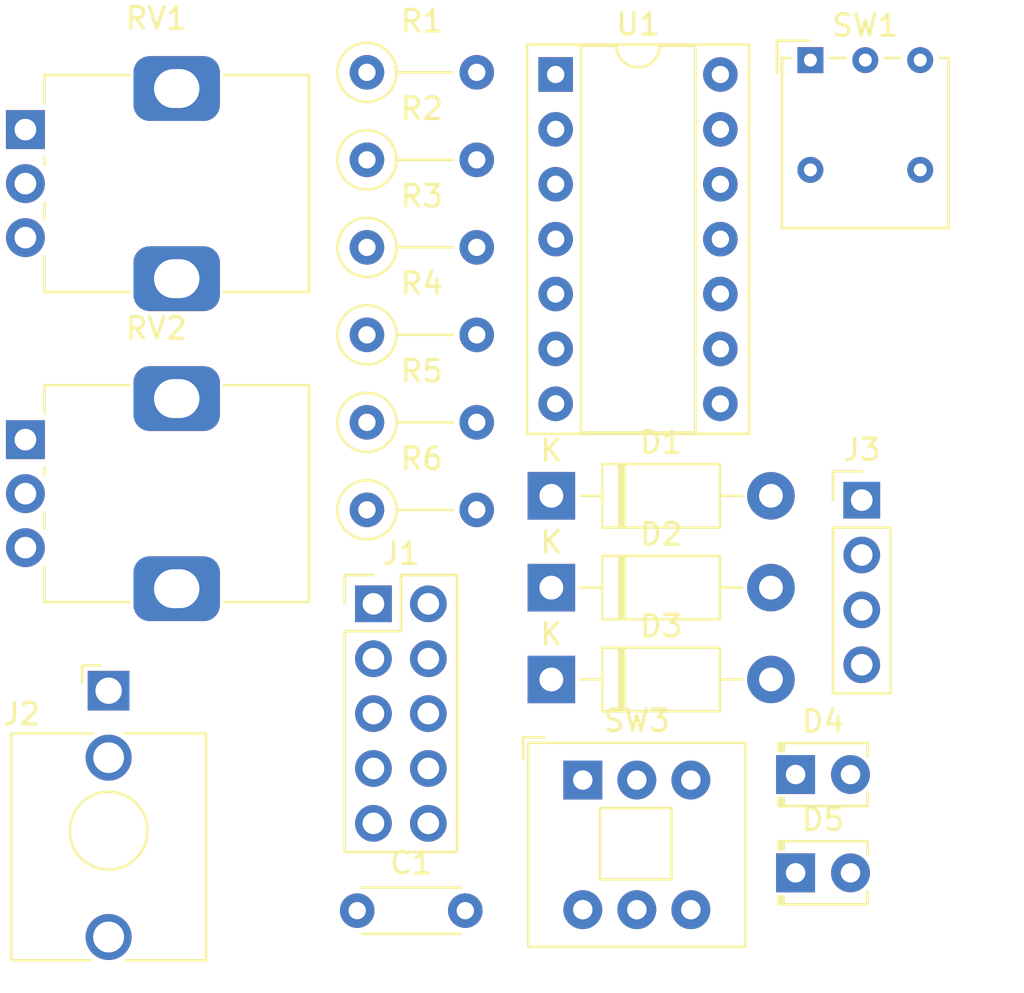
<source format=kicad_pcb>
(kicad_pcb (version 20221018) (generator pcbnew)
  (layers (0 "F.Cu" signal) (31 "B.Cu" signal) (34 "B.Paste" user) (35 "F.Paste" user) (36 "B.SilkS" user "B.Silkscreen") (37 "F.SilkS" user "F.Silkscreen") (38 "B.Mask" user) (39 "F.Mask" user) (44 "Edge.Cuts" user))
  (net 0 "")
  (net 1 "Net-(SW3A-A)")
  (net 2 "GND")
  (net 3 "Net-(D1-K)")
  (net 4 "Net-(D1-A)")
  (net 5 "Net-(D2-K)")
  (net 6 "Net-(D2-A)")
  (net 7 "Net-(D3-A)")
  (net 8 "OUT1")
  (net 9 "Net-(D4-A)")
  (net 10 "Net-(D5-A)")
  (net 11 "-12V")
  (net 18 "+12V")
  (net 20 "IN1")
  (net 24 "Net-(R1-Pad1)")
  (net 25 "Net-(R3-Pad2)")
  (net 26 "Net-(U1C--)")
  (net 27 "Net-(U1A--)")
  (net 28 "Net-(SW3A-B)")
  (footprint "Connector_PinHeader_2.54mm:PinHeader_1x04_P2.54mm_Vertical" (layer "F.Cu") (at 180.86 107.21)
    (fp_text reference "J3" (at 0 -2.33) (layer "F.SilkS"))
    (fp_text value "Conn_01x04_Socket")
    (fp_line (start -1.33 -1.33) (end 0 -1.33) (stroke (width 0.12)) (layer "F.SilkS"))
    (fp_line (start -1.33 0) (end -1.33 -1.33) (stroke (width 0.12)) (layer "F.SilkS"))
    (fp_line (start -1.33 1.27) (end -1.33 8.95) (stroke (width 0.12)) (layer "F.SilkS"))
    (fp_line (start -1.33 1.27) (end 1.33 1.27) (stroke (width 0.12)) (layer "F.SilkS"))
    (fp_line (start -1.33 8.95) (end 1.33 8.95) (stroke (width 0.12)) (layer "F.SilkS"))
    (fp_line (start 1.33 1.27) (end 1.33 8.95) (stroke (width 0.12)) (layer "F.SilkS"))
    (pad "1" thru_hole rect (at 0 0) (size 1.7 1.7) (drill 1) (layers "*.Cu" "*.Mask") (net 20 "IN1"))
    (pad "2" thru_hole oval (at 0 2.54) (size 1.7 1.7) (drill 1) (layers "*.Cu" "*.Mask"))
    (pad "3" thru_hole oval (at 0 5.08) (size 1.7 1.7) (drill 1) (layers "*.Cu" "*.Mask"))
    (pad "4" thru_hole oval (at 0 7.62) (size 1.7 1.7) (drill 1) (layers "*.Cu" "*.Mask"))
  )
  (footprint "Resistor_THT:R_Axial_DIN0207_L6.3mm_D2.5mm_P5.08mm_Vertical" (layer "F.Cu") (at 157.97 103.61)
    (fp_text reference "R5" (at 2.54 -2.37) (layer "F.SilkS"))
    (fp_text value "100k")
    (fp_line (start 1.37 0) (end 3.98 0) (stroke (width 0.12)) (layer "F.SilkS"))
    (fp_circle (center 0 0) (end 1.37 0) (stroke (width 0.12)) (fill none) (layer "F.SilkS"))
    (pad "1" thru_hole circle (at 0 0) (size 1.6 1.6) (drill 0.8) (layers "*.Cu" "*.Mask") (net 3 "Net-(D1-K)"))
    (pad "2" thru_hole oval (at 5.08 0) (size 1.6 1.6) (drill 0.8) (layers "*.Cu" "*.Mask") (net 2 "GND"))
  )
  (footprint "Potentiometer_THT:Potentiometer_Alps_RK09K_Single_Vertical" (layer "F.Cu") (at 142.17 104.41)
    (fp_text reference "RV2" (at 6.05 -5.15) (layer "F.SilkS"))
    (fp_text value "1M")
    (fp_line (start 0.88 -2.521) (end 0.88 -1.2) (stroke (width 0.12)) (layer "F.SilkS"))
    (fp_line (start 0.88 -2.521) (end 4.817 -2.521) (stroke (width 0.12)) (layer "F.SilkS"))
    (fp_line (start 0.88 1.25) (end 0.88 1.63) (stroke (width 0.12)) (layer "F.SilkS"))
    (fp_line (start 0.88 3.371) (end 0.88 4.13) (stroke (width 0.12)) (layer "F.SilkS"))
    (fp_line (start 0.88 5.87) (end 0.88 7.52) (stroke (width 0.12)) (layer "F.SilkS"))
    (fp_line (start 0.88 7.52) (end 4.817 7.52) (stroke (width 0.12)) (layer "F.SilkS"))
    (fp_line (start 9.184 -2.521) (end 13.12 -2.521) (stroke (width 0.12)) (layer "F.SilkS"))
    (fp_line (start 9.184 7.52) (end 13.12 7.52) (stroke (width 0.12)) (layer "F.SilkS"))
    (fp_line (start 13.12 -2.521) (end 13.12 7.52) (stroke (width 0.12)) (layer "F.SilkS"))
    (pad "1" thru_hole rect (at 0 0) (size 1.8 1.8) (drill 1) (layers "*.Cu" "*.Mask") (net 1 "Net-(SW3A-A)"))
    (pad "2" thru_hole circle (at 0 2.5) (size 1.8 1.8) (drill 1) (layers "*.Cu" "*.Mask") (net 1 "Net-(SW3A-A)"))
    (pad "3" thru_hole circle (at 0 5) (size 1.8 1.8) (drill 1) (layers "*.Cu" "*.Mask") (net 7 "Net-(D3-A)"))
    (pad "MP" thru_hole roundrect (at 7 -1.9) (size 4 3) (drill oval 2.1 1.8) (layers "*.Cu" "*.Mask"))
    (pad "MP" thru_hole roundrect (at 7 6.9) (size 4 3) (drill oval 2.1 1.8) (layers "*.Cu" "*.Mask"))
  )
  (footprint "Button_Switch_THT:SW_Lever_1P2T_NKK_GW12LxH" (layer "F.Cu") (at 178.485 86.845)
    (fp_text reference "SW1" (at 2.54 -1.6) (layer "F.SilkS"))
    (fp_text value "SW_SP3T")
    (fp_line (start -1.55 -0.9) (end -0.05 -0.9) (stroke (width 0.12)) (layer "F.SilkS"))
    (fp_line (start -1.55 0.6) (end -1.55 -0.9) (stroke (width 0.12)) (layer "F.SilkS"))
    (fp_line (start -1.31 -0.1) (end -1.31 7.78) (stroke (width 0.12)) (layer "F.SilkS"))
    (fp_line (start -1.31 -0.1) (end -0.914 -0.1) (stroke (width 0.12)) (layer "F.SilkS"))
    (fp_line (start -1.31 7.78) (end 6.39 7.78) (stroke (width 0.12)) (layer "F.SilkS"))
    (fp_line (start 0.914 -0.1) (end 1.627 -0.1) (stroke (width 0.12)) (layer "F.SilkS"))
    (fp_line (start 3.454 -0.1) (end 4.167 -0.1) (stroke (width 0.12)) (layer "F.SilkS"))
    (fp_line (start 5.994 -0.1) (end 6.39 -0.1) (stroke (width 0.12)) (layer "F.SilkS"))
    (fp_line (start 6.39 -0.1) (end 6.39 7.78) (stroke (width 0.12)) (layer "F.SilkS"))
    (pad "" thru_hole circle (at 0 5.08) (size 1.2 1.2) (drill 0.6) (layers "*.Cu" "*.Mask"))
    (pad "" thru_hole circle (at 5.08 5.08) (size 1.2 1.2) (drill 0.6) (layers "*.Cu" "*.Mask"))
    (pad "1" thru_hole rect (at 0 0) (size 1.2 1.2) (drill 0.6) (layers "*.Cu" "*.Mask") (net 4 "Net-(D1-A)"))
    (pad "2" thru_hole circle (at 2.54 0) (size 1.2 1.2) (drill 0.6) (layers "*.Cu" "*.Mask") (net 24 "Net-(R1-Pad1)"))
    (pad "3" thru_hole circle (at 5.08 0) (size 1.2 1.2) (drill 0.6) (layers "*.Cu" "*.Mask") (net 27 "Net-(U1A--)"))
  )
  (footprint "Resistor_THT:R_Axial_DIN0207_L6.3mm_D2.5mm_P5.08mm_Vertical" (layer "F.Cu") (at 157.97 99.56)
    (fp_text reference "R4" (at 2.54 -2.37) (layer "F.SilkS"))
    (fp_text value "47k")
    (fp_line (start 1.37 0) (end 3.98 0) (stroke (width 0.12)) (layer "F.SilkS"))
    (fp_circle (center 0 0) (end 1.37 0) (stroke (width 0.12)) (fill none) (layer "F.SilkS"))
    (pad "1" thru_hole circle (at 0 0) (size 1.6 1.6) (drill 0.8) (layers "*.Cu" "*.Mask") (net 25 "Net-(R3-Pad2)"))
    (pad "2" thru_hole oval (at 5.08 0) (size 1.6 1.6) (drill 0.8) (layers "*.Cu" "*.Mask") (net 2 "GND"))
  )
  (footprint "Diode_THT:D_DO-41_SOD81_P10.16mm_Horizontal" (layer "F.Cu") (at 166.5 107.01)
    (fp_text reference "D1" (at 5.08 -2.47) (layer "F.SilkS"))
    (fp_text value "1N4007")
    (fp_text user "K" (at 0 -2.1) (layer "F.SilkS"))
    (fp_line (start 1.34 0) (end 2.36 0) (stroke (width 0.12)) (layer "F.SilkS"))
    (fp_line (start 2.36 -1.47) (end 2.36 1.47) (stroke (width 0.12)) (layer "F.SilkS"))
    (fp_line (start 2.36 1.47) (end 7.8 1.47) (stroke (width 0.12)) (layer "F.SilkS"))
    (fp_line (start 3.14 -1.47) (end 3.14 1.47) (stroke (width 0.12)) (layer "F.SilkS"))
    (fp_line (start 3.26 -1.47) (end 3.26 1.47) (stroke (width 0.12)) (layer "F.SilkS"))
    (fp_line (start 3.38 -1.47) (end 3.38 1.47) (stroke (width 0.12)) (layer "F.SilkS"))
    (fp_line (start 7.8 -1.47) (end 2.36 -1.47) (stroke (width 0.12)) (layer "F.SilkS"))
    (fp_line (start 7.8 1.47) (end 7.8 -1.47) (stroke (width 0.12)) (layer "F.SilkS"))
    (fp_line (start 8.82 0) (end 7.8 0) (stroke (width 0.12)) (layer "F.SilkS"))
    (pad "1" thru_hole rect (at 0 0) (size 2.2 2.2) (drill 1.1) (layers "*.Cu" "*.Mask") (net 3 "Net-(D1-K)"))
    (pad "2" thru_hole oval (at 10.16 0) (size 2.2 2.2) (drill 1.1) (layers "*.Cu" "*.Mask") (net 4 "Net-(D1-A)"))
  )
  (footprint "Resistor_THT:R_Axial_DIN0207_L6.3mm_D2.5mm_P5.08mm_Vertical" (layer "F.Cu") (at 157.97 95.51)
    (fp_text reference "R3" (at 2.54 -2.37) (layer "F.SilkS"))
    (fp_text value "200k")
    (fp_line (start 1.37 0) (end 3.98 0) (stroke (width 0.12)) (layer "F.SilkS"))
    (fp_circle (center 0 0) (end 1.37 0) (stroke (width 0.12)) (fill none) (layer "F.SilkS"))
    (pad "1" thru_hole circle (at 0 0) (size 1.6 1.6) (drill 0.8) (layers "*.Cu" "*.Mask") (net 18 "+12V"))
    (pad "2" thru_hole oval (at 5.08 0) (size 1.6 1.6) (drill 0.8) (layers "*.Cu" "*.Mask") (net 25 "Net-(R3-Pad2)"))
  )
  (footprint "Connector_Audio:Jack_3.5mm_QingPu_WQP-PJ398SM_Vertical_CircularHoles" (layer "F.Cu") (at 146.02 116.03)
    (fp_text reference "J2" (at -4.03 1.08 180) (layer "F.SilkS"))
    (fp_text value "AudioJack2")
    (fp_line (start -4.5 1.98) (end -4.5 12.48) (stroke (width 0.12)) (layer "F.SilkS"))
    (fp_line (start -1.23 -1.17) (end -1.23 -0.37) (stroke (width 0.12)) (layer "F.SilkS"))
    (fp_line (start -1.23 -1.17) (end -0.37 -1.17) (stroke (width 0.12)) (layer "F.SilkS"))
    (fp_line (start -0.8 12.48) (end -4.5 12.48) (stroke (width 0.12)) (layer "F.SilkS"))
    (fp_line (start -0.72 1.98) (end -4.5 1.98) (stroke (width 0.12)) (layer "F.SilkS"))
    (fp_line (start 4.5 1.98) (end 0.72 1.98) (stroke (width 0.12)) (layer "F.SilkS"))
    (fp_line (start 4.5 1.98) (end 4.5 12.48) (stroke (width 0.12)) (layer "F.SilkS"))
    (fp_line (start 4.5 12.48) (end 0.8 12.48) (stroke (width 0.12)) (layer "F.SilkS"))
    (fp_circle (center 0 6.48) (end 1.8 6.48) (stroke (width 0.12)) (fill none) (layer "F.SilkS"))
    (pad "S" thru_hole rect (at 0 0 180) (size 1.93 1.83) (drill 1.22) (layers "*.Cu" "*.Mask") (net 2 "GND"))
    (pad "T" thru_hole circle (at 0 11.4 180) (size 2.13 2.13) (drill 1.43) (layers "*.Cu" "*.Mask") (net 8 "OUT1"))
    (pad "TN" thru_hole circle (at 0 3.1 180) (size 2.13 2.13) (drill 1.42) (layers "*.Cu" "*.Mask"))
  )
  (footprint "Resistor_THT:R_Axial_DIN0207_L6.3mm_D2.5mm_P5.08mm_Vertical" (layer "F.Cu") (at 157.97 107.66)
    (fp_text reference "R6" (at 2.54 -2.37) (layer "F.SilkS"))
    (fp_text value "1k")
    (fp_line (start 1.37 0) (end 3.98 0) (stroke (width 0.12)) (layer "F.SilkS"))
    (fp_circle (center 0 0) (end 1.37 0) (stroke (width 0.12)) (fill none) (layer "F.SilkS"))
    (pad "1" thru_hole circle (at 0 0) (size 1.6 1.6) (drill 0.8) (layers "*.Cu" "*.Mask") (net 26 "Net-(U1C--)"))
    (pad "2" thru_hole oval (at 5.08 0) (size 1.6 1.6) (drill 0.8) (layers "*.Cu" "*.Mask") (net 9 "Net-(D4-A)"))
  )
  (footprint "Diode_THT:D_DO-41_SOD81_P10.16mm_Horizontal" (layer "F.Cu") (at 166.5 115.51)
    (fp_text reference "D3" (at 5.08 -2.47) (layer "F.SilkS"))
    (fp_text value "1N4007")
    (fp_text user "K" (at 0 -2.1) (layer "F.SilkS"))
    (fp_line (start 1.34 0) (end 2.36 0) (stroke (width 0.12)) (layer "F.SilkS"))
    (fp_line (start 2.36 -1.47) (end 2.36 1.47) (stroke (width 0.12)) (layer "F.SilkS"))
    (fp_line (start 2.36 1.47) (end 7.8 1.47) (stroke (width 0.12)) (layer "F.SilkS"))
    (fp_line (start 3.14 -1.47) (end 3.14 1.47) (stroke (width 0.12)) (layer "F.SilkS"))
    (fp_line (start 3.26 -1.47) (end 3.26 1.47) (stroke (width 0.12)) (layer "F.SilkS"))
    (fp_line (start 3.38 -1.47) (end 3.38 1.47) (stroke (width 0.12)) (layer "F.SilkS"))
    (fp_line (start 7.8 -1.47) (end 2.36 -1.47) (stroke (width 0.12)) (layer "F.SilkS"))
    (fp_line (start 7.8 1.47) (end 7.8 -1.47) (stroke (width 0.12)) (layer "F.SilkS"))
    (fp_line (start 8.82 0) (end 7.8 0) (stroke (width 0.12)) (layer "F.SilkS"))
    (pad "1" thru_hole rect (at 0 0) (size 2.2 2.2) (drill 1.1) (layers "*.Cu" "*.Mask") (net 6 "Net-(D2-A)"))
    (pad "2" thru_hole oval (at 10.16 0) (size 2.2 2.2) (drill 1.1) (layers "*.Cu" "*.Mask") (net 7 "Net-(D3-A)"))
  )
  (footprint "Potentiometer_THT:Potentiometer_Alps_RK09K_Single_Vertical" (layer "F.Cu") (at 142.17 90.06)
    (fp_text reference "RV1" (at 6.05 -5.15) (layer "F.SilkS"))
    (fp_text value "1M")
    (fp_line (start 0.88 -2.521) (end 0.88 -1.2) (stroke (width 0.12)) (layer "F.SilkS"))
    (fp_line (start 0.88 -2.521) (end 4.817 -2.521) (stroke (width 0.12)) (layer "F.SilkS"))
    (fp_line (start 0.88 1.25) (end 0.88 1.63) (stroke (width 0.12)) (layer "F.SilkS"))
    (fp_line (start 0.88 3.371) (end 0.88 4.13) (stroke (width 0.12)) (layer "F.SilkS"))
    (fp_line (start 0.88 5.87) (end 0.88 7.52) (stroke (width 0.12)) (layer "F.SilkS"))
    (fp_line (start 0.88 7.52) (end 4.817 7.52) (stroke (width 0.12)) (layer "F.SilkS"))
    (fp_line (start 9.184 -2.521) (end 13.12 -2.521) (stroke (width 0.12)) (layer "F.SilkS"))
    (fp_line (start 9.184 7.52) (end 13.12 7.52) (stroke (width 0.12)) (layer "F.SilkS"))
    (fp_line (start 13.12 -2.521) (end 13.12 7.52) (stroke (width 0.12)) (layer "F.SilkS"))
    (pad "1" thru_hole rect (at 0 0) (size 1.8 1.8) (drill 1) (layers "*.Cu" "*.Mask") (net 1 "Net-(SW3A-A)"))
    (pad "2" thru_hole circle (at 0 2.5) (size 1.8 1.8) (drill 1) (layers "*.Cu" "*.Mask") (net 1 "Net-(SW3A-A)"))
    (pad "3" thru_hole circle (at 0 5) (size 1.8 1.8) (drill 1) (layers "*.Cu" "*.Mask") (net 5 "Net-(D2-K)"))
    (pad "MP" thru_hole roundrect (at 7 -1.9) (size 4 3) (drill oval 2.1 1.8) (layers "*.Cu" "*.Mask"))
    (pad "MP" thru_hole roundrect (at 7 6.9) (size 4 3) (drill oval 2.1 1.8) (layers "*.Cu" "*.Mask"))
  )
  (footprint "LED_THT:LED_D2.0mm_W4.0mm_H2.8mm_FlatTop" (layer "F.Cu") (at 177.8 119.91)
    (fp_text reference "D4" (at 1.27 -2.46) (layer "F.SilkS"))
    (fp_text value "LED")
    (fp_line (start -0.79 -1.46) (end -0.79 -1.08) (stroke (width 0.12)) (layer "F.SilkS"))
    (fp_line (start -0.79 -1.46) (end 3.33 -1.46) (stroke (width 0.12)) (layer "F.SilkS"))
    (fp_line (start -0.79 1.08) (end -0.79 1.46) (stroke (width 0.12)) (layer "F.SilkS"))
    (fp_line (start -0.79 1.46) (end 3.33 1.46) (stroke (width 0.12)) (layer "F.SilkS"))
    (fp_line (start -0.67 -1.46) (end -0.67 -1.08) (stroke (width 0.12)) (layer "F.SilkS"))
    (fp_line (start -0.67 1.08) (end -0.67 1.46) (stroke (width 0.12)) (layer "F.SilkS"))
    (fp_line (start -0.55 -1.46) (end -0.55 -1.08) (stroke (width 0.12)) (layer "F.SilkS"))
    (fp_line (start -0.55 1.08) (end -0.55 1.46) (stroke (width 0.12)) (layer "F.SilkS"))
    (fp_line (start 3.33 -1.46) (end 3.33 -0.825) (stroke (width 0.12)) (layer "F.SilkS"))
    (fp_line (start 3.33 0.825) (end 3.33 1.46) (stroke (width 0.12)) (layer "F.SilkS"))
    (pad "1" thru_hole rect (at 0 0) (size 1.8 1.8) (drill 0.9) (layers "*.Cu" "*.Mask") (net 8 "OUT1"))
    (pad "2" thru_hole circle (at 2.54 0) (size 1.8 1.8) (drill 0.9) (layers "*.Cu" "*.Mask") (net 9 "Net-(D4-A)"))
  )
  (footprint "LED_THT:LED_D2.0mm_W4.0mm_H2.8mm_FlatTop" (layer "F.Cu") (at 177.8 124.46)
    (fp_text reference "D5" (at 1.27 -2.46) (layer "F.SilkS"))
    (fp_text value "LED")
    (fp_line (start -0.79 -1.46) (end -0.79 -1.08) (stroke (width 0.12)) (layer "F.SilkS"))
    (fp_line (start -0.79 -1.46) (end 3.33 -1.46) (stroke (width 0.12)) (layer "F.SilkS"))
    (fp_line (start -0.79 1.08) (end -0.79 1.46) (stroke (width 0.12)) (layer "F.SilkS"))
    (fp_line (start -0.79 1.46) (end 3.33 1.46) (stroke (width 0.12)) (layer "F.SilkS"))
    (fp_line (start -0.67 -1.46) (end -0.67 -1.08) (stroke (width 0.12)) (layer "F.SilkS"))
    (fp_line (start -0.67 1.08) (end -0.67 1.46) (stroke (width 0.12)) (layer "F.SilkS"))
    (fp_line (start -0.55 -1.46) (end -0.55 -1.08) (stroke (width 0.12)) (layer "F.SilkS"))
    (fp_line (start -0.55 1.08) (end -0.55 1.46) (stroke (width 0.12)) (layer "F.SilkS"))
    (fp_line (start 3.33 -1.46) (end 3.33 -0.825) (stroke (width 0.12)) (layer "F.SilkS"))
    (fp_line (start 3.33 0.825) (end 3.33 1.46) (stroke (width 0.12)) (layer "F.SilkS"))
    (pad "1" thru_hole rect (at 0 0) (size 1.8 1.8) (drill 0.9) (layers "*.Cu" "*.Mask") (net 2 "GND"))
    (pad "2" thru_hole circle (at 2.54 0) (size 1.8 1.8) (drill 0.9) (layers "*.Cu" "*.Mask") (net 10 "Net-(D5-A)"))
  )
  (footprint "Button_Switch_THT:SW_Push_2P2T_Toggle_CK_PVA2xxH3xxxxxxV2" (layer "F.Cu") (at 167.955 120.165)
    (fp_text reference "SW3" (at 2.5 -2.75) (layer "F.SilkS"))
    (fp_text value "SW_DPDT_x2")
    (fp_line (start -2.77 -0.97) (end -2.77 -1.97) (stroke (width 0.12)) (layer "F.SilkS"))
    (fp_line (start -2.52 7.72) (end -2.52 -1.72) (stroke (width 0.12)) (layer "F.SilkS"))
    (fp_line (start -1.77 -1.97) (end -2.77 -1.97) (stroke (width 0.12)) (layer "F.SilkS"))
    (fp_line (start 0.8 1.3) (end 0.8 4.6) (stroke (width 0.12)) (layer "F.SilkS"))
    (fp_line (start 4.1 1.3) (end 0.8 1.3) (stroke (width 0.12)) (layer "F.SilkS"))
    (fp_line (start 4.1 1.3) (end 4.1 4.6) (stroke (width 0.12)) (layer "F.SilkS"))
    (fp_line (start 4.1 4.6) (end 0.8 4.6) (stroke (width 0.12)) (layer "F.SilkS"))
    (fp_line (start 7.52 -1.72) (end -2.52 -1.72) (stroke (width 0.12)) (layer "F.SilkS"))
    (fp_line (start 7.52 7.72) (end -2.52 7.72) (stroke (width 0.12)) (layer "F.SilkS"))
    (fp_line (start 7.52 7.72) (end 7.52 -1.72) (stroke (width 0.12)) (layer "F.SilkS"))
    (pad "1" thru_hole rect (at 0 0) (size 1.8 1.8) (drill 0.9) (layers "*.Cu" "*.Mask") (net 1 "Net-(SW3A-A)"))
    (pad "2" thru_hole circle (at 2.5 0) (size 1.8 1.8) (drill 0.9) (layers "*.Cu" "*.Mask") (net 28 "Net-(SW3A-B)"))
    (pad "3" thru_hole circle (at 5 0) (size 1.8 1.8) (drill 0.9) (layers "*.Cu" "*.Mask") (net 6 "Net-(D2-A)"))
    (pad "4" thru_hole circle (at 0 6) (size 1.8 1.8) (drill 0.9) (layers "*.Cu" "*.Mask") (net 2 "GND"))
    (pad "5" thru_hole circle (at 2.5 6) (size 1.8 1.8) (drill 0.9) (layers "*.Cu" "*.Mask") (net 18 "+12V"))
    (pad "6" thru_hole circle (at 5 6) (size 1.8 1.8) (drill 0.9) (layers "*.Cu" "*.Mask") (net 10 "Net-(D5-A)"))
  )
  (footprint "Resistor_THT:R_Axial_DIN0207_L6.3mm_D2.5mm_P5.08mm_Vertical" (layer "F.Cu") (at 157.97 87.41)
    (fp_text reference "R1" (at 2.54 -2.37) (layer "F.SilkS"))
    (fp_text value "10k")
    (fp_line (start 1.37 0) (end 3.98 0) (stroke (width 0.12)) (layer "F.SilkS"))
    (fp_circle (center 0 0) (end 1.37 0) (stroke (width 0.12)) (fill none) (layer "F.SilkS"))
    (pad "1" thru_hole circle (at 0 0) (size 1.6 1.6) (drill 0.8) (layers "*.Cu" "*.Mask") (net 24 "Net-(R1-Pad1)"))
    (pad "2" thru_hole oval (at 5.08 0) (size 1.6 1.6) (drill 0.8) (layers "*.Cu" "*.Mask") (net 2 "GND"))
  )
  (footprint "Package_DIP:DIP-14_W7.62mm_Socket" (layer "F.Cu") (at 166.7 87.51)
    (fp_text reference "U1" (at 3.81 -2.33) (layer "F.SilkS"))
    (fp_text value "TL074")
    (fp_line (start -1.33 -1.39) (end -1.33 16.63) (stroke (width 0.12)) (layer "F.SilkS"))
    (fp_line (start -1.33 16.63) (end 8.95 16.63) (stroke (width 0.12)) (layer "F.SilkS"))
    (fp_line (start 1.16 -1.33) (end 1.16 16.57) (stroke (width 0.12)) (layer "F.SilkS"))
    (fp_line (start 1.16 16.57) (end 6.46 16.57) (stroke (width 0.12)) (layer "F.SilkS"))
    (fp_line (start 2.81 -1.33) (end 1.16 -1.33) (stroke (width 0.12)) (layer "F.SilkS"))
    (fp_line (start 6.46 -1.33) (end 4.81 -1.33) (stroke (width 0.12)) (layer "F.SilkS"))
    (fp_line (start 6.46 16.57) (end 6.46 -1.33) (stroke (width 0.12)) (layer "F.SilkS"))
    (fp_line (start 8.95 -1.39) (end -1.33 -1.39) (stroke (width 0.12)) (layer "F.SilkS"))
    (fp_line (start 8.95 16.63) (end 8.95 -1.39) (stroke (width 0.12)) (layer "F.SilkS"))
    (fp_arc (start 4.81 -1.33) (mid 3.81 -0.33) (end 2.81 -1.33) (stroke (width 0.12)) (layer "F.SilkS"))
    (pad "1" thru_hole rect (at 0 0) (size 1.6 1.6) (drill 0.8) (layers "*.Cu" "*.Mask") (net 4 "Net-(D1-A)"))
    (pad "2" thru_hole oval (at 0 2.54) (size 1.6 1.6) (drill 0.8) (layers "*.Cu" "*.Mask") (net 27 "Net-(U1A--)"))
    (pad "3" thru_hole oval (at 0 5.08) (size 1.6 1.6) (drill 0.8) (layers "*.Cu" "*.Mask") (net 20 "IN1"))
    (pad "4" thru_hole oval (at 0 7.62) (size 1.6 1.6) (drill 0.8) (layers "*.Cu" "*.Mask") (net 18 "+12V"))
    (pad "5" thru_hole oval (at 0 10.16) (size 1.6 1.6) (drill 0.8) (layers "*.Cu" "*.Mask") (net 3 "Net-(D1-K)"))
    (pad "6" thru_hole oval (at 0 12.7) (size 1.6 1.6) (drill 0.8) (layers "*.Cu" "*.Mask") (net 28 "Net-(SW3A-B)"))
    (pad "7" thru_hole oval (at 0 15.24) (size 1.6 1.6) (drill 0.8) (layers "*.Cu" "*.Mask") (net 28 "Net-(SW3A-B)"))
    (pad "8" thru_hole oval (at 7.62 15.24) (size 1.6 1.6) (drill 0.8) (layers "*.Cu" "*.Mask") (net 26 "Net-(U1C--)"))
    (pad "9" thru_hole oval (at 7.62 12.7) (size 1.6 1.6) (drill 0.8) (layers "*.Cu" "*.Mask") (net 26 "Net-(U1C--)"))
    (pad "10" thru_hole oval (at 7.62 10.16) (size 1.6 1.6) (drill 0.8) (layers "*.Cu" "*.Mask") (net 1 "Net-(SW3A-A)"))
    (pad "11" thru_hole oval (at 7.62 7.62) (size 1.6 1.6) (drill 0.8) (layers "*.Cu" "*.Mask") (net 11 "-12V"))
    (pad "12" thru_hole oval (at 7.62 5.08) (size 1.6 1.6) (drill 0.8) (layers "*.Cu" "*.Mask"))
    (pad "13" thru_hole oval (at 7.62 2.54) (size 1.6 1.6) (drill 0.8) (layers "*.Cu" "*.Mask"))
    (pad "14" thru_hole oval (at 7.62 0) (size 1.6 1.6) (drill 0.8) (layers "*.Cu" "*.Mask"))
  )
  (footprint "Connector_PinHeader_2.54mm:PinHeader_2x05_P2.54mm_Vertical" (layer "F.Cu") (at 158.27 112.01)
    (fp_text reference "J1" (at 1.27 -2.33) (layer "F.SilkS"))
    (fp_text value "Conn_02x05_Odd_Even")
    (fp_line (start -1.33 -1.33) (end 0 -1.33) (stroke (width 0.12)) (layer "F.SilkS"))
    (fp_line (start -1.33 0) (end -1.33 -1.33) (stroke (width 0.12)) (layer "F.SilkS"))
    (fp_line (start -1.33 1.27) (end -1.33 11.49) (stroke (width 0.12)) (layer "F.SilkS"))
    (fp_line (start -1.33 1.27) (end 1.27 1.27) (stroke (width 0.12)) (layer "F.SilkS"))
    (fp_line (start -1.33 11.49) (end 3.87 11.49) (stroke (width 0.12)) (layer "F.SilkS"))
    (fp_line (start 1.27 -1.33) (end 3.87 -1.33) (stroke (width 0.12)) (layer "F.SilkS"))
    (fp_line (start 1.27 1.27) (end 1.27 -1.33) (stroke (width 0.12)) (layer "F.SilkS"))
    (fp_line (start 3.87 -1.33) (end 3.87 11.49) (stroke (width 0.12)) (layer "F.SilkS"))
    (pad "1" thru_hole rect (at 0 0) (size 1.7 1.7) (drill 1) (layers "*.Cu" "*.Mask") (net 11 "-12V"))
    (pad "2" thru_hole oval (at 2.54 0) (size 1.7 1.7) (drill 1) (layers "*.Cu" "*.Mask"))
    (pad "3" thru_hole oval (at 0 2.54) (size 1.7 1.7) (drill 1) (layers "*.Cu" "*.Mask"))
    (pad "4" thru_hole oval (at 2.54 2.54) (size 1.7 1.7) (drill 1) (layers "*.Cu" "*.Mask"))
    (pad "5" thru_hole oval (at 0 5.08) (size 1.7 1.7) (drill 1) (layers "*.Cu" "*.Mask") (net 2 "GND"))
    (pad "6" thru_hole oval (at 2.54 5.08) (size 1.7 1.7) (drill 1) (layers "*.Cu" "*.Mask"))
    (pad "7" thru_hole oval (at 0 7.62) (size 1.7 1.7) (drill 1) (layers "*.Cu" "*.Mask"))
    (pad "8" thru_hole oval (at 2.54 7.62) (size 1.7 1.7) (drill 1) (layers "*.Cu" "*.Mask"))
    (pad "9" thru_hole oval (at 0 10.16) (size 1.7 1.7) (drill 1) (layers "*.Cu" "*.Mask") (net 18 "+12V"))
    (pad "10" thru_hole oval (at 2.54 10.16) (size 1.7 1.7) (drill 1) (layers "*.Cu" "*.Mask"))
  )
  (footprint "Resistor_THT:R_Axial_DIN0207_L6.3mm_D2.5mm_P5.08mm_Vertical" (layer "F.Cu") (at 157.97 91.46)
    (fp_text reference "R2" (at 2.54 -2.37) (layer "F.SilkS"))
    (fp_text value "5.1k")
    (fp_line (start 1.37 0) (end 3.98 0) (stroke (width 0.12)) (layer "F.SilkS"))
    (fp_circle (center 0 0) (end 1.37 0) (stroke (width 0.12)) (fill none) (layer "F.SilkS"))
    (pad "1" thru_hole circle (at 0 0) (size 1.6 1.6) (drill 0.8) (layers "*.Cu" "*.Mask") (net 4 "Net-(D1-A)"))
    (pad "2" thru_hole oval (at 5.08 0) (size 1.6 1.6) (drill 0.8) (layers "*.Cu" "*.Mask") (net 24 "Net-(R1-Pad1)"))
  )
  (footprint "Diode_THT:D_DO-41_SOD81_P10.16mm_Horizontal" (layer "F.Cu") (at 166.5 111.26)
    (fp_text reference "D2" (at 5.08 -2.47) (layer "F.SilkS"))
    (fp_text value "1N4007")
    (fp_text user "K" (at 0 -2.1) (layer "F.SilkS"))
    (fp_line (start 1.34 0) (end 2.36 0) (stroke (width 0.12)) (layer "F.SilkS"))
    (fp_line (start 2.36 -1.47) (end 2.36 1.47) (stroke (width 0.12)) (layer "F.SilkS"))
    (fp_line (start 2.36 1.47) (end 7.8 1.47) (stroke (width 0.12)) (layer "F.SilkS"))
    (fp_line (start 3.14 -1.47) (end 3.14 1.47) (stroke (width 0.12)) (layer "F.SilkS"))
    (fp_line (start 3.26 -1.47) (end 3.26 1.47) (stroke (width 0.12)) (layer "F.SilkS"))
    (fp_line (start 3.38 -1.47) (end 3.38 1.47) (stroke (width 0.12)) (layer "F.SilkS"))
    (fp_line (start 7.8 -1.47) (end 2.36 -1.47) (stroke (width 0.12)) (layer "F.SilkS"))
    (fp_line (start 7.8 1.47) (end 7.8 -1.47) (stroke (width 0.12)) (layer "F.SilkS"))
    (fp_line (start 8.82 0) (end 7.8 0) (stroke (width 0.12)) (layer "F.SilkS"))
    (pad "1" thru_hole rect (at 0 0) (size 2.2 2.2) (drill 1.1) (layers "*.Cu" "*.Mask") (net 5 "Net-(D2-K)"))
    (pad "2" thru_hole oval (at 10.16 0) (size 2.2 2.2) (drill 1.1) (layers "*.Cu" "*.Mask") (net 6 "Net-(D2-A)"))
  )
  (footprint "Capacitor_THT:C_Disc_D4.3mm_W1.9mm_P5.00mm" (layer "F.Cu") (at 157.52 126.21)
    (fp_text reference "C1" (at 2.5 -2.2) (layer "F.SilkS"))
    (fp_text value "1u")
    (fp_line (start 0.23 -1.07) (end 0.23 -1.055) (stroke (width 0.12)) (layer "F.SilkS"))
    (fp_line (start 0.23 -1.07) (end 4.77 -1.07) (stroke (width 0.12)) (layer "F.SilkS"))
    (fp_line (start 0.23 1.055) (end 0.23 1.07) (stroke (width 0.12)) (layer "F.SilkS"))
    (fp_line (start 0.23 1.07) (end 4.77 1.07) (stroke (width 0.12)) (layer "F.SilkS"))
    (fp_line (start 4.77 -1.07) (end 4.77 -1.055) (stroke (width 0.12)) (layer "F.SilkS"))
    (fp_line (start 4.77 1.055) (end 4.77 1.07) (stroke (width 0.12)) (layer "F.SilkS"))
    (pad "1" thru_hole circle (at 0 0) (size 1.6 1.6) (drill 0.8) (layers "*.Cu" "*.Mask") (net 1 "Net-(SW3A-A)"))
    (pad "2" thru_hole circle (at 5 0) (size 1.6 1.6) (drill 0.8) (layers "*.Cu" "*.Mask") (net 2 "GND"))
  )
)
</source>
